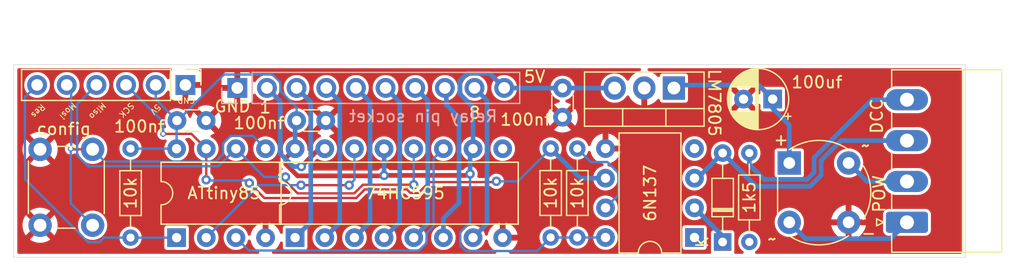
<source format=kicad_pcb>
(kicad_pcb (version 20240108) (generator "pcbnew") (generator_version "8.0")
  (layers (0 "F.Cu" signal) (31 "B.Cu" signal) (34 "B.Paste" user) (35 "F.Paste" user) (36 "B.SilkS" user "B.Silkscreen") (37 "F.SilkS" user "F.Silkscreen") (38 "B.Mask" user) (39 "F.Mask" user) (44 "Edge.Cuts" user))
  (net 0 "")
  (net 1 "VCC")
  (net 2 "GND")
  (net 3 "+5V")
  (net 4 "/pow2")
  (net 5 "/pow1")
  (net 6 "/dcc_b")
  (net 7 "Net-(D2-K)")
  (net 8 "/dcc_a")
  (net 9 "Net-(J2-Pin_5)")
  (net 10 "Net-(J2-Pin_3)")
  (net 11 "Net-(J2-Pin_8)")
  (net 12 "Net-(J2-Pin_4)")
  (net 13 "Net-(J2-Pin_2)")
  (net 14 "Net-(J2-Pin_7)")
  (net 15 "Net-(J2-Pin_9)")
  (net 16 "Net-(J2-Pin_6)")
  (net 17 "Net-(U1-EN)")
  (net 18 "/DCC")
  (net 19 "/Reset")
  (net 20 "/MOSI")
  (net 23 "/DATA")
  (net 24 "/LATCH")
  (net 25 "/CLK")
  (footprint "Capacitor_THT:C_Disc_D3.0mm_W1.6mm_P2.50mm" (layer "F.Cu") (at 140 94.5 -90)
    (property "Reference" "C2" (hide yes))
    (property "Value" "100nf" (at 2.702021 3.153529 0) (layer "F.SilkS"))
    (fp_line (start 0.621 0.92) (end 1.879 0.92) (stroke (width 0.12)) (layer "F.SilkS"))
    (fp_line (start 0.621 -0.92) (end 1.879 -0.92) (stroke (width 0.12)) (layer "F.SilkS"))
    (pad "1" thru_hole circle (at 0 0 270) (size 1.6 1.6) (drill 0.8) (layers "*.Cu" "*.Mask") (net 3 "+5V"))
    (pad "2" thru_hole circle (at 2.5 0 270) (size 1.6 1.6) (drill 0.8) (layers "*.Cu" "*.Mask") (net 2 "GND"))
  )
  (footprint "Capacitor_THT:CP_Radial_D5.0mm_P2.50mm" (layer "F.Cu") (at 158 95.445 180)
    (property "Reference" "C1" (hide yes))
    (property "Value" "100uf" (at -3.794888 1.445 0) (layer "F.SilkS"))
    (fp_line (start 3.851 -0.284) (end 3.851 0.284) (stroke (width 0.12)) (layer "F.SilkS"))
    (fp_line (start 3.811 -0.518) (end 3.811 0.518) (stroke (width 0.12)) (layer "F.SilkS"))
    (fp_line (start 3.771 -0.677) (end 3.771 0.677) (stroke (width 0.12)) (layer "F.SilkS"))
    (fp_line (start 3.731 -0.805) (end 3.731 0.805) (stroke (width 0.12)) (layer "F.SilkS"))
    (fp_line (start 3.691 -0.915) (end 3.691 0.915) (stroke (width 0.12)) (layer "F.SilkS"))
    (fp_line (start 3.651 -1.011) (end 3.651 1.011) (stroke (width 0.12)) (layer "F.SilkS"))
    (fp_line (start 3.611 -1.098) (end 3.611 1.098) (stroke (width 0.12)) (layer "F.SilkS"))
    (fp_line (start 3.571 -1.178) (end 3.571 1.178) (stroke (width 0.12)) (layer "F.SilkS"))
    (fp_line (start 3.531 1.04) (end 3.531 1.251) (stroke (width 0.12)) (layer "F.SilkS"))
    (fp_line (start 3.531 -1.251) (end 3.531 -1.04) (stroke (width 0.12)) (layer "F.SilkS"))
    (fp_line (start 3.491 1.04) (end 3.491 1.319) (stroke (width 0.12)) (layer "F.SilkS"))
    (fp_line (start 3.491 -1.319) (end 3.491 -1.04) (stroke (width 0.12)) (layer "F.SilkS"))
    (fp_line (start 3.451 1.04) (end 3.451 1.383) (stroke (width 0.12)) (layer "F.SilkS"))
    (fp_line (start 3.451 -1.383) (end 3.451 -1.04) (stroke (width 0.12)) (layer "F.SilkS"))
    (fp_line (start 3.411 1.04) (end 3.411 1.443) (stroke (width 0.12)) (layer "F.SilkS"))
    (fp_line (start 3.411 -1.443) (end 3.411 -1.04) (stroke (width 0.12)) (layer "F.SilkS"))
    (fp_line (start 3.371 1.04) (end 3.371 1.5) (stroke (width 0.12)) (layer "F.SilkS"))
    (fp_line (start 3.371 -1.5) (end 3.371 -1.04) (stroke (width 0.12)) (layer "F.SilkS"))
    (fp_line (start 3.331 1.04) (end 3.331 1.554) (stroke (width 0.12)) (layer "F.SilkS"))
    (fp_line (start 3.331 -1.554) (end 3.331 -1.04) (stroke (width 0.12)) (layer "F.SilkS"))
    (fp_line (start 3.291 1.04) (end 3.291 1.605) (stroke (width 0.12)) (layer "F.SilkS"))
    (fp_line (start 3.291 -1.605) (end 3.291 -1.04) (stroke (width 0.12)) (layer "F.SilkS"))
    (fp_line (start 3.251 1.04) (end 3.251 1.653) (stroke (width 0.12)) (layer "F.SilkS"))
    (fp_line (start 3.251 -1.653) (end 3.251 -1.04) (stroke (width 0.12)) (layer "F.SilkS"))
    (fp_line (start 3.211 1.04) (end 3.211 1.699) (stroke (width 0.12)) (layer "F.SilkS"))
    (fp_line (start 3.211 -1.699) (end 3.211 -1.04) (stroke (width 0.12)) (layer "F.SilkS"))
    (fp_line (start 3.171 1.04) (end 3.171 1.743) (stroke (width 0.12)) (layer "F.SilkS"))
    (fp_line (start 3.171 -1.743) (end 3.171 -1.04) (stroke (width 0.12)) (layer "F.SilkS"))
    (fp_line (start 3.131 1.04) (end 3.131 1.785) (stroke (width 0.12)) (layer "F.SilkS"))
    (fp_line (start 3.131 -1.785) (end 3.131 -1.04) (stroke (width 0.12)) (layer "F.SilkS"))
    (fp_line (start 3.091 1.04) (end 3.091 1.826) (stroke (width 0.12)) (layer "F.SilkS"))
    (fp_line (start 3.091 -1.826) (end 3.091 -1.04) (stroke (width 0.12)) (layer "F.SilkS"))
    (fp_line (start 3.051 1.04) (end 3.051 1.864) (stroke (width 0.12)) (layer "F.SilkS"))
    (fp_line (start 3.051 -1.864) (end 3.051 -1.04) (stroke (width 0.12)) (layer "F.SilkS"))
    (fp_line (start 3.011 1.04) (end 3.011 1.901) (stroke (width 0.12)) (layer "F.SilkS"))
    (fp_line (start 3.011 -1.901) (end 3.011 -1.04) (stroke (width 0.12)) (layer "F.SilkS"))
    (fp_line (start 2.971 1.04) (end 2.971 1.937) (stroke (width 0.12)) (layer "F.SilkS"))
    (fp_line (start 2.971 -1.937) (end 2.971 -1.04) (stroke (width 0.12)) (layer "F.SilkS"))
    (fp_line (start 2.931 1.04) (end 2.931 1.971) (stroke (width 0.12)) (layer "F.SilkS"))
    (fp_line (start 2.931 -1.971) (end 2.931 -1.04) (stroke (width 0.12)) (layer "F.SilkS"))
    (fp_line (start 2.891 1.04) (end 2.891 2.004) (stroke (width 0.12)) (layer "F.SilkS"))
    (fp_line (start 2.891 -2.004) (end 2.891 -1.04) (stroke (width 0.12)) (layer "F.SilkS"))
    (fp_line (start 2.851 1.04) (end 2.851 2.035) (stroke (width 0.12)) (layer "F.SilkS"))
    (fp_line (start 2.851 -2.035) (end 2.851 -1.04) (stroke (width 0.12)) (layer "F.SilkS"))
    (fp_line (start 2.811 1.04) (end 2.811 2.065) (stroke (width 0.12)) (layer "F.SilkS"))
    (fp_line (start 2.811 -2.065) (end 2.811 -1.04) (stroke (width 0.12)) (layer "F.SilkS"))
    (fp_line (start 2.771 1.04) (end 2.771 2.095) (stroke (width 0.12)) (layer "F.SilkS"))
    (fp_line (start 2.771 -2.095) (end 2.771 -1.04) (stroke (width 0.12)) (layer "F.SilkS"))
    (fp_line (start 2.731 1.04) (end 2.731 2.122) (stroke (width 0.12)) (layer "F.SilkS"))
    (fp_line (start 2.731 -2.122) (end 2.731 -1.04) (stroke (width 0.12)) (layer "F.SilkS"))
    (fp_line (start 2.691 1.04) (end 2.691 2.149) (stroke (width 0.12)) (layer "F.SilkS"))
    (fp_line (start 2.691 -2.149) (end 2.691 -1.04) (stroke (width 0.12)) (layer "F.SilkS"))
    (fp_line (start 2.651 1.04) (end 2.651 2.175) (stroke (width 0.12)) (layer "F.SilkS"))
    (fp_line (start 2.651 -2.175) (end 2.651 -1.04) (stroke (width 0.12)) (layer "F.SilkS"))
    (fp_line (start 2.611 1.04) (end 2.611 2.2) (stroke (width 0.12)) (layer "F.SilkS"))
    (fp_line (start 2.611 -2.2) (end 2.611 -1.04) (stroke (width 0.12)) (layer "F.SilkS"))
    (fp_line (start 2.571 1.04) (end 2.571 2.224) (stroke (width 0.12)) (layer "F.SilkS"))
    (fp_line (start 2.571 -2.224) (end 2.571 -1.04) (stroke (width 0.12)) (layer "F.SilkS"))
    (fp_line (start 2.531 1.04) (end 2.531 2.247) (stroke (width 0.12)) (layer "F.SilkS"))
    (fp_line (start 2.531 -2.247) (end 2.531 -1.04) (stroke (width 0.12)) (layer "F.SilkS"))
    (fp_line (start 2.491 1.04) (end 2.491 2.268) (stroke (width 0.12)) (layer "F.SilkS"))
    (fp_line (start 2.491 -2.268) (end 2.491 -1.04) (stroke (width 0.12)) (layer "F.SilkS"))
    (fp_line (start 2.451 1.04) (end 2.451 2.29) (stroke (width 0.12)) (layer "F.SilkS"))
    (fp_line (start 2.451 -2.29) (end 2.451 -1.04) (stroke (width 0.12)) (layer "F.SilkS"))
    (fp_line (start 2.411 1.04) (end 2.411 2.31) (stroke (width 0.12)) (layer "F.SilkS"))
    (fp_line (start 2.411 -2.31) (end 2.411 -1.04) (stroke (width 0.12)) (layer "F.SilkS"))
    (fp_line (start 2.371 1.04) (end 2.371 2.329) (stroke (width 0.12)) (layer "F.SilkS"))
    (fp_line (start 2.371 -2.329) (end 2.371 -1.04) (stroke (width 0.12)) (layer "F.SilkS"))
    (fp_line (start 2.331 1.04) (end 2.331 2.348) (stroke (width 0.12)) (layer "F.SilkS"))
    (fp_line (start 2.331 -2.348) (end 2.331 -1.04) (stroke (width 0.12)) (layer "F.SilkS"))
    (fp_line (start 2.291 1.04) (end 2.291 2.365) (stroke (width 0.12)) (layer "F.SilkS"))
    (fp_line (start 2.291 -2.365) (end 2.291 -1.04) (stroke (width 0.12)) (layer "F.SilkS"))
    (fp_line (start 2.251 1.04) (end 2.251 2.382) (stroke (width 0.12)) (layer "F.SilkS"))
    (fp_line (start 2.251 -2.382) (end 2.251 -1.04) (stroke (width 0.12)) (layer "F.SilkS"))
    (fp_line (start 2.211 1.04) (end 2.211 2.398) (stroke (width 0.12)) (layer "F.SilkS"))
    (fp_line (start 2.211 -2.398) (end 2.211 -1.04) (stroke (width 0.12)) (layer "F.SilkS"))
    (fp_line (start 2.171 1.04) (end 2.171 2.414) (stroke (width 0.12)) (layer "F.SilkS"))
    (fp_line (start 2.171 -2.414) (end 2.171 -1.04) (stroke (width 0.12)) (layer "F.SilkS"))
    (fp_line (start 2.131 1.04) (end 2.131 2.428) (stroke (width 0.12)) (layer "F.SilkS"))
    (fp_line (start 2.131 -2.428) (end 2.131 -1.04) (stroke (width 0.12)) (layer "F.SilkS"))
    (fp_line (start 2.091 1.04) (end 2.091 2.442) (stroke (width 0.12)) (layer "F.SilkS"))
    (fp_line (start 2.091 -2.442) (end 2.091 -1.04) (stroke (width 0.12)) (layer "F.SilkS"))
    (fp_line (start 2.051 1.04) (end 2.051 2.455) (stroke (width 0.12)) (layer "F.SilkS"))
    (fp_line (start 2.051 -2.455) (end 2.051 -1.04) (stroke (width 0.12)) (layer "F.SilkS"))
    (fp_line (start 2.011 1.04) (end 2.011 2.468) (stroke (width 0.12)) (layer "F.SilkS"))
    (fp_line (start 2.011 -2.468) (end 2.011 -1.04) (stroke (width 0.12)) (layer "F.SilkS"))
    (fp_line (start 1.971 1.04) (end 1.971 2.48) (stroke (width 0.12)) (layer "F.SilkS"))
    (fp_line (start 1.971 -2.48) (end 1.971 -1.04) (stroke (width 0.12)) (layer "F.SilkS"))
    (fp_line (start 1.93 1.04) (end 1.93 2.491) (stroke (width 0.12)) (layer "F.SilkS"))
    (fp_line (start 1.93 -2.491) (end 1.93 -1.04) (stroke (width 0.12)) (layer "F.SilkS"))
    (fp_line (start 1.89 1.04) (end 1.89 2.501) (stroke (width 0.12)) (layer "F.SilkS"))
    (fp_line (start 1.89 -2.501) (end 1.89 -1.04) (stroke (width 0.12)) (layer "F.SilkS"))
    (fp_line (start 1.85 1.04) (end 1.85 2.511) (stroke (width 0.12)) (layer "F.SilkS"))
    (fp_line (start 1.85 -2.511) (end 1.85 -1.04) (stroke (width 0.12)) (layer "F.SilkS"))
    (fp_line (start 1.81 1.04) (end 1.81 2.52) (stroke (width 0.12)) (layer "F.SilkS"))
    (fp_line (start 1.81 -2.52) (end 1.81 -1.04) (stroke (width 0.12)) (layer "F.SilkS"))
    (fp_line (start 1.77 1.04) (end 1.77 2.528) (stroke (width 0.12)) (layer "F.SilkS"))
    (fp_line (start 1.77 -2.528) (end 1.77 -1.04) (stroke (width 0.12)) (layer "F.SilkS"))
    (fp_line (start 1.73 1.04) (end 1.73 2.536) (stroke (width 0.12)) (layer "F.SilkS"))
    (fp_line (start 1.73 -2.536) (end 1.73 -1.04) (stroke (width 0.12)) (layer "F.SilkS"))
    (fp_line (start 1.69 1.04) (end 1.69 2.543) (stroke (width 0.12)) (layer "F.SilkS"))
    (fp_line (start 1.69 -2.543) (end 1.69 -1.04) (stroke (width 0.12)) (layer "F.SilkS"))
    (fp_line (start 1.65 1.04) (end 1.65 2.55) (stroke (width 0.12)) (layer "F.SilkS"))
    (fp_line (start 1.65 -2.55) (end 1.65 -1.04) (stroke (width 0.12)) (layer "F.SilkS"))
    (fp_line (start 1.61 1.04) (end 1.61 2.556) (stroke (width 0.12)) (layer "F.SilkS"))
    (fp_line (start 1.61 -2.556) (end 1.61 -1.04) (stroke (width 0.12)) (layer "F.SilkS"))
    (fp_line (start 1.57 1.04) (end 1.57 2.561) (stroke (width 0.12)) (layer "F.SilkS"))
    (fp_line (start 1.57 -2.561) (end 1.57 -1.04) (stroke (width 0.12)) (layer "F.SilkS"))
    (fp_line (start 1.53 1.04) (end 1.53 2.565) (stroke (width 0.12)) (layer "F.SilkS"))
    (fp_line (start 1.53 -2.565) (end 1.53 -1.04) (stroke (width 0.12)) (layer "F.SilkS"))
    (fp_line (start 1.49 1.04) (end 1.49 2.569) (stroke (width 0.12)) (layer "F.SilkS"))
    (fp_line (start 1.49 -2.569) (end 1.49 -1.04) (stroke (width 0.12)) (layer "F.SilkS"))
    (fp_line (start 1.45 -2.573) (end 1.45 2.573) (stroke (width 0.12)) (layer "F.SilkS"))
    (fp_line (start 1.41 -2.576) (end 1.41 2.576) (stroke (width 0.12)) (layer "F.SilkS"))
    (fp_line (start 1.37 -2.578) (end 1.37 2.578) (stroke (width 0.12)) (layer "F.SilkS"))
    (fp_line (start 1.33 -2.579) (end 1.33 2.579) (stroke (width 0.12)) (layer "F.SilkS"))
    (fp_line (start 1.29 -2.58) (end 1.29 2.58) (stroke (width 0.12)) (layer "F.SilkS"))
    (fp_line (start 1.25 -2.58) (end 1.25 2.58) (stroke (width 0.12)) (layer "F.SilkS"))
    (fp_line (start -1.304775 -1.725) (end -1.304775 -1.225) (stroke (width 0.12)) (layer "F.SilkS"))
    (fp_line (start -1.554775 -1.475) (end -1.054775 -1.475) (stroke (width 0.12)) (layer "F.SilkS"))
    (fp_circle (center 1.25 0) (end 3.87 0) (stroke (width 0.12)) (fill none) (layer "F.SilkS"))
    (pad "1" thru_hole rect (at 0 0 180) (size 1.6 1.6) (drill 0.8) (layers "*.Cu" "*.Mask") (net 1 "VCC"))
    (pad "2" thru_hole circle (at 2.5 0 180) (size 1.6 1.6) (drill 0.8) (layers "*.Cu" "*.Mask") (net 2 "GND"))
  )
  (footprint "Package_DIP:DIP-8_W7.62mm" (layer "F.Cu") (at 151.3 107.3 180)
    (property "Reference" "U1" (hide yes))
    (property "Value" "6N137" (at 3.8 3.8 90) (layer "F.SilkS"))
    (fp_line (start 6.46 8.95) (end 6.46 -1.33) (stroke (width 0.12)) (layer "F.SilkS"))
    (fp_line (start 6.46 -1.33) (end 4.81 -1.33) (stroke (width 0.12)) (layer "F.SilkS"))
    (fp_line (start 2.81 -1.33) (end 1.16 -1.33) (stroke (width 0.12)) (layer "F.SilkS"))
    (fp_line (start 1.16 8.95) (end 6.46 8.95) (stroke (width 0.12)) (layer "F.SilkS"))
    (fp_line (start 1.16 -1.33) (end 1.16 8.95) (stroke (width 0.12)) (layer "F.SilkS"))
    (fp_arc (start 4.81 -1.33) (mid 3.81 -0.33) (end 2.81 -1.33) (stroke (width 0.12)) (layer "F.SilkS"))
    (pad "1" thru_hole rect (at 0 0 180) (size 1.6 1.6) (drill 0.8) (layers "*.Cu" "*.Mask"))
    (pad "2" thru_hole oval (at 0 2.54 180) (size 1.6 1.6) (drill 0.8) (layers "*.Cu" "*.Mask") (net 7 "Net-(D2-K)"))
    (pad "3" thru_hole oval (at 0 5.08 180) (size 1.6 1.6) (drill 0.8) (layers "*.Cu" "*.Mask") (net 6 "/dcc_b"))
    (pad "4" thru_hole oval (at 0 7.62 180) (size 1.6 1.6) (drill 0.8) (layers "*.Cu" "*.Mask"))
    (pad "5" thru_hole oval (at 7.62 7.62 180) (size 1.6 1.6) (drill 0.8) (layers "*.Cu" "*.Mask") (net 2 "GND"))
    (pad "6" thru_hole oval (at 7.62 5.08 180) (size 1.6 1.6) (drill 0.8) (layers "*.Cu" "*.Mask") (net 18 "/DCC"))
    (pad "7" thru_hole oval (at 7.62 2.54 180) (size 1.6 1.6) (drill 0.8) (layers "*.Cu" "*.Mask") (net 17 "Net-(U1-EN)"))
    (pad "8" thru_hole oval (at 7.62 0 180) (size 1.6 1.6) (drill 0.8) (layers "*.Cu" "*.Mask") (net 3 "+5V"))
  )
  (footprint "Capacitor_THT:C_Disc_D3.0mm_W1.6mm_P2.50mm" (layer "F.Cu") (at 117.221 97.282)
    (property "Reference" "C4" (hide yes))
    (property "Value" "100nf" (at -3.221 0.218 0) (layer "F.SilkS"))
    (fp_line (start 0.621 -0.92) (end 1.879 -0.92) (stroke (width 0.12)) (layer "F.SilkS"))
    (fp_line (start 0.621 0.92) (end 1.879 0.92) (stroke (width 0.12)) (layer "F.SilkS"))
    (pad "1" thru_hole circle (at 0 0) (size 1.6 1.6) (drill 0.8) (layers "*.Cu" "*.Mask") (net 3 "+5V"))
    (pad "2" thru_hole circle (at 2.5 0) (size 1.6 1.6) (drill 0.8) (layers "*.Cu" "*.Mask") (net 2 "GND"))
  )
  (footprint "Resistor_THT:R_Axial_DIN0204_L3.6mm_D1.6mm_P7.62mm_Horizontal" (layer "F.Cu") (at 138.981 99.68 -90)
    (property "Reference" "R3" (hide yes))
    (property "Value" "10k" (at 3.81 0 90) (layer "F.SilkS"))
    (fp_line (start 1.89 0.92) (end 5.73 0.92) (stroke (width 0.12)) (layer "F.SilkS"))
    (fp_line (start 5.73 0.92) (end 5.73 -0.92) (stroke (width 0.12)) (layer "F.SilkS"))
    (fp_line (start 0.94 0) (end 1.89 0) (stroke (width 0.12)) (layer "F.SilkS"))
    (fp_line (start 6.68 0) (end 5.73 0) (stroke (width 0.12)) (layer "F.SilkS"))
    (fp_line (start 1.89 -0.92) (end 1.89 0.92) (stroke (width 0.12)) (layer "F.SilkS"))
    (fp_line (start 5.73 -0.92) (end 1.89 -0.92) (stroke (width 0.12)) (layer "F.SilkS"))
    (pad "1" thru_hole circle (at 0 0 270) (size 1.4 1.4) (drill 0.7) (layers "*.Cu" "*.Mask") (net 18 "/DCC"))
    (pad "2" thru_hole oval (at 7.62 0 270) (size 1.4 1.4) (drill 0.7) (layers "*.Cu" "*.Mask") (net 3 "+5V"))
  )
  (footprint "Connector_Phoenix_MC:PhoenixContact_MC_1,5_4-G-3.5_1x04_P3.50mm_Horizontal" (layer "F.Cu") (at 169.5 106 90)
    (property "Reference" "J1" (hide yes))
    (property "Value" "Screw_Terminal_01x04")
    (fp_line (start 0.3 -2.6) (end 0 -2) (stroke (width 0.12)) (layer "F.SilkS"))
    (fp_line (start -0.3 -2.6) (end 0.3 -2.6) (stroke (width 0.12)) (layer "F.SilkS"))
    (fp_line (start 0 -2) (end -0.3 -2.6) (stroke (width 0.12)) (layer "F.SilkS"))
    (fp_line (start 13.06 -1.31) (end 11.55 -1.31) (stroke (width 0.12)) (layer "F.SilkS"))
    (fp_line (start 8.05 -1.31) (end 9.45 -1.31) (stroke (width 0.12)) (layer "F.SilkS"))
    (fp_line (start 4.55 -1.31) (end 5.95 -1.31) (stroke (width 0.12)) (layer "F.SilkS"))
    (fp_line (start 1.05 -1.31) (end 2.45 -1.31) (stroke (width 0.12)) (layer "F.SilkS"))
    (fp_line (start -2.56 -1.31) (end -1.05 -1.31) (stroke (width 0.12)) (layer "F.SilkS"))
    (fp_line (start -2.56 -1.31) (end -2.56 8.11) (stroke (width 0.12)) (layer "F.SilkS"))
    (fp_line (start -2.56 4.8) (end 13.06 4.8) (stroke (width 0.12)) (layer "F.SilkS"))
    (fp_line (start 13.06 8.11) (end 13.06 -1.31) (stroke (width 0.12)) (layer "F.SilkS"))
    (fp_line (start -2.56 8.11) (end 13.06 8.11) (stroke (width 0.12)) (layer "F.SilkS"))
    (pad "1" thru_hole roundrect (at 0 0 90) (size 1.8 3.6) (drill 1.2) (layers "*.Cu" "*.Mask") (roundrect_rratio 0.138889) (net 5 "/pow1"))
    (pad "2" thru_hole oval (at 3.5 0 90) (size 1.8 3.6) (drill 1.2) (layers "*.Cu" "*.Mask") (net 4 "/pow2"))
    (pad "3" thru_hole oval (at 7 0 90) (size 1.8 3.6) (drill 1.2) (layers "*.Cu" "*.Mask") (net 6 "/dcc_b"))
    (pad "4" thru_hole oval (at 10.5 0 90) (size 1.8 3.6) (drill 1.2) (layers "*.Cu" "*.Mask") (net 8 "/dcc_a"))
  )
  (footprint "custom_kicad_lib_sk:SW_NO_SILK" (layer "F.Cu") (at 99.75 99.75 -90)
    (property "Reference" "SW1" (hide yes))
    (property "Value" "config" (at -1.75 2.468 0) (layer "F.SilkS"))
    (fp_line (start 1 5.5) (end 5.5 5.5) (stroke (width 0.12)) (layer "F.SilkS"))
    (fp_line (start 6.75 3) (end 6.75 1.5) (stroke (width 0.12)) (layer "F.SilkS"))
    (fp_line (start -0.25 1.5) (end -0.25 3) (stroke (width 0.12)) (layer "F.SilkS"))
    (fp_line (start 5.5 -1) (end 1 -1) (stroke (width 0.12)) (layer "F.SilkS"))
    (pad "1" thru_hole circle (at 0 0) (size 2 2) (drill 1.1) (layers "*.Cu" "*.Mask") (net 20 "/MOSI"))
    (pad "1" thru_hole circle (at 6.5 0) (size 2 2) (drill 1.1) (layers "*.Cu" "*.Mask") (net 20 "/MOSI"))
    (pad "2" thru_hole circle (at 0 4.5) (size 2 2) (drill 1.1) (layers "*.Cu" "*.Mask") (net 2 "GND"))
    (pad "2" thru_hole circle (at 6.5 4.5) (size 2 2) (drill 1.1) (layers "*.Cu" "*.Mask") (net 2 "GND"))
  )
  (footprint "Connector_PinHeader_2.54mm:PinHeader_1x06_P2.54mm_Vertical" (layer "F.Cu") (at 107.696 94.234 -90)
    (property "Reference" "J3" (hide yes))
    (property "Value" "ICSP")
    (fp_line (start -1.33 14.03) (end 1.33 14.03) (stroke (width 0.12)) (layer "F.SilkS"))
    (fp_line (start -1.33 1.27) (end -1.33 14.03) (stroke (width 0.12)) (layer "F.SilkS"))
    (fp_line (start -1.33 1.27) (end 1.33 1.27) (stroke (width 0.12)) (layer "F.SilkS"))
    (fp_line (start 1.33 1.27) (end 1.33 14.03) (stroke (width 0.12)) (layer "F.SilkS"))
    (fp_line (start -1.33 0) (end -1.33 -1.33) (stroke (width 0.12)) (layer "F.SilkS"))
    (fp_line (start -1.33 -1.33) (end 0 -1.33) (stroke (width 0.12)) (layer "F.SilkS"))
    (pad "1" thru_hole rect (at 0 0 270) (size 1.7 1.7) (drill 1) (layers "*.Cu" "*.Mask") (net 2 "GND"))
    (pad "2" thru_hole oval (at 0 2.54 270) (size 1.7 1.7) (drill 1) (layers "*.Cu" "*.Mask") (net 3 "+5V"))
    (pad "3" thru_hole oval (at 0 5.08 270) (size 1.7 1.7) (drill 1) (layers "*.Cu" "*.Mask") (net 18 "/DCC"))
    (pad "4" thru_hole oval (at 0 7.62 270) (size 1.7 1.7) (drill 1) (layers "*.Cu" "*.Mask") (net 24 "/LATCH"))
    (pad "5" thru_hole oval (at 0 10.16 270) (size 1.7 1.7) (drill 1) (layers "*.Cu" "*.Mask") (net 20 "/MOSI"))
    (pad "6" thru_hole oval (at 0 12.7 270) (size 1.7 1.7) (drill 1) (layers "*.Cu" "*.Mask") (net 19 "/Reset"))
  )
  (footprint "Package_DIP:DIP-16_W7.62mm" (layer "F.Cu") (at 117.094 107.315 90)
    (property "Reference" "U4" (hide yes))
    (property "Value" "74HC595" (at 3.815 9.406 0) (layer "F.SilkS"))
    (fp_line (start 6.46 -1.33) (end 4.81 -1.33) (stroke (width 0.12)) (layer "F.SilkS"))
    (fp_line (start 2.81 -1.33) (end 1.16 -1.33) (stroke (width 0.12)) (layer "F.SilkS"))
    (fp_line (start 1.16 -1.33) (end 1.16 19.11) (stroke (width 0.12)) (layer "F.SilkS"))
    (fp_line (start 6.46 19.11) (end 6.46 -1.33) (stroke (width 0.12)) (layer "F.SilkS"))
    (fp_line (start 1.16 19.11) (end 6.46 19.11) (stroke (width 0.12)) (layer "F.SilkS"))
    (fp_arc (start 4.81 -1.33) (mid 3.81 -0.33) (end 2.81 -1.33) (stroke (width 0.12)) (layer "F.SilkS"))
    (pad "1" thru_hole rect (at 0 0 90) (size 1.6 1.6) (drill 0.8) (layers "*.Cu" "*.Mask") (net 10 "Net-(J2-Pin_3)"))
    (pad "2" thru_hole oval (at 0 2.54 90) (size 1.6 1.6) (drill 0.8) (layers "*.Cu" "*.Mask") (net 12 "Net-(J2-Pin_4)"))
    (pad "3" thru_hole oval (at 0 5.08 90) (size 1.6 1.6) (drill 0.8) (layers "*.Cu" "*.Mask") (net 9 "Net-(J2-Pin_5)"))
    (pad "4" thru_hole oval (at 0 7.62 90) (size 1.6 1.6) (drill 0.8) (layers "*.Cu" "*.Mask") (net 16 "Net-(J2-Pin_6)"))
    (pad "5" thru_hole oval (at 0 10.16 90) (size 1.6 1.6) (drill 0.8) (layers "*.Cu" "*.Mask") (net 14 "Net-(J2-Pin_7)"))
    (pad "6" thru_hole oval (at 0 12.7 90) (size 1.6 1.6) (drill 0.8) (layers "*.Cu" "*.Mask") (net 11 "Net-(J2-Pin_8)"))
    (pad "7" thru_hole oval (at 0 15.24 90) (size 1.6 1.6) (drill 0.8) (layers "*.Cu" "*.Mask") (net 15 "Net-(J2-Pin_9)"))
    (pad "8" thru_hole oval (at 0 17.78 90) (size 1.6 1.6) (drill 0.8) (layers "*.Cu" "*.Mask") (net 2 "GND"))
    (pad "9" thru_hole oval (at 7.62 17.78 90) (size 1.6 1.6) (drill 0.8) (layers "*.Cu" "*.Mask"))
    (pad "10" thru_hole oval (at 7.62 15.24 90) (size 1.6 1.6) (drill 0.8) (layers "*.Cu" "*.Mask") (net 3 "+5V"))
    (pad "11" thru_hole oval (at 7.62 12.7 90) (size 1.6 1.6) (drill 0.8) (layers "*.Cu" "*.Mask") (net 25 "/CLK"))
    (pad "12" thru_hole oval (at 7.62 10.16 90) (size 1.6 1.6) (drill 0.8) (layers "*.Cu" "*.Mask") (net 24 "/LATCH"))
    (pad "13" thru_hole oval (at 7.62 7.62 90) (size 1.6 1.6) (drill 0.8) (layers "*.Cu" "*.Mask") (net 3 "+5V"))
    (pad "14" thru_hole oval (at 7.62 5.08 90) (size 1.6 1.6) (drill 0.8) (layers "*.Cu" "*.Mask") (net 23 "/DATA"))
    (pad "15" thru_hole oval (at 7.62 2.54 90) (size 1.6 1.6) (drill 0.8) (layers "*.Cu" "*.Mask") (net 13 "Net-(J2-Pin_2)"))
    (pad "16" thru_hole oval (at 7.62 0 90) (size 1.6 1.6) (drill 0.8) (layers "*.Cu" "*.Mask") (net 3 "+5V"))
  )
  (footprint "Resistor_THT:R_Axial_DIN0204_L3.6mm_D1.6mm_P7.62mm_Horizontal" (layer "F.Cu") (at 155.999 100.061 -90)
    (property "Reference" "R1" (hide yes))
    (property "Value" "1k5" (at 3.81 0 90) (layer "F.SilkS"))
    (fp_line (start 1.89 0.92) (end 5.73 0.92) (stroke (width 0.12)) (layer "F.SilkS"))
    (fp_line (start 5.73 0.92) (end 5.73 -0.92) (stroke (width 0.12)) (layer "F.SilkS"))
    (fp_line (start 0.94 0) (end 1.89 0) (stroke (width 0.12)) (layer "F.SilkS"))
    (fp_line (start 6.68 0) (end 5.73 0) (stroke (width 0.12)) (layer "F.SilkS"))
    (fp_line (start 1.89 -0.92) (end 1.89 0.92) (stroke (width 0.12)) (layer "F.SilkS"))
    (fp_line (start 5.73 -0.92) (end 1.89 -0.92) (stroke (width 0.12)) (layer "F.SilkS"))
    (pad "1" thru_hole circle (at 0 0 270) (size 1.4 1.4) (drill 0.7) (layers "*.Cu" "*.Mask") (net 8 "/dcc_a"))
    (pad "2" thru_hole oval (at 7.62 0 270) (size 1.4 1.4) (drill 0.7) (layers "*.Cu" "*.Mask") (net 7 "Net-(D2-K)"))
  )
  (footprint "Diode_THT:D_DO-34_SOD68_P7.62mm_Horizontal" (layer "F.Cu") (at 153.713 107.686 90)
    (property "Reference" "D2" (hide yes))
    (property "Value" "D_Small")
    (fp_line (start 5.45 -0.92) (end 2.17 -0.92) (stroke (width 0.12)) (layer "F.SilkS"))
    (fp_line (start 2.866 -0.92) (end 2.866 0.92) (stroke (width 0.12)) (layer "F.SilkS"))
    (fp_line (start 2.746 -0.92) (end 2.746 0.92) (stroke (width 0.12)) (layer "F.SilkS"))
    (fp_line (start 2.626 -0.92) (end 2.626 0.92) (stroke (width 0.12)) (layer "F.SilkS"))
    (fp_line (start 2.17 -0.92) (end 2.17 0.92) (stroke (width 0.12)) (layer "F.SilkS"))
    (fp_line (start 6.63 0) (end 5.45 0) (stroke (width 0.12)) (layer "F.SilkS"))
    (fp_line (start 0.99 0) (end 2.17 0) (stroke (width 0.12)) (layer "F.SilkS"))
    (fp_line (start 5.45 0.92) (end 5.45 -0.92) (stroke (width 0.12)) (layer "F.SilkS"))
    (fp_line (start 2.17 0.92) (end 5.45 0.92) (stroke (width 0.12)) (layer "F.SilkS"))
    (fp_text user "K" (at 0 -1.75 90) (layer "F.SilkS"))
    (pad "1" thru_hole rect (at 0 0 90) (size 1.5 1.5) (drill 0.75) (layers "*.Cu" "*.Mask") (net 7 "Net-(D2-K)"))
    (pad "2" thru_hole oval (at 7.62 0 90) (size 1.5 1.5) (drill 0.75) (layers "*.Cu" "*.Mask") (net 6 "/dcc_b"))
  )
  (footprint "Resistor_THT:R_Axial_DIN0204_L3.6mm_D1.6mm_P7.62mm_Horizontal" (layer "F.Cu") (at 141.267 99.68 -90)
    (property "Reference" "R2" (hide yes))
    (property "Value" "10k" (at 3.81 0 90) (layer "F.SilkS"))
    (fp_line (start 1.89 0.92) (end 5.73 0.92) (stroke (width 0.12)) (layer "F.SilkS"))
    (fp_line (start 5.73 0.92) (end 5.73 -0.92) (stroke (width 0.12)) (layer "F.SilkS"))
    (fp_line (start 0.94 0) (end 1.89 0) (stroke (width 0.12)) (layer "F.SilkS"))
    (fp_line (start 6.68 0) (end 5.73 0) (stroke (width 0.12)) (layer "F.SilkS"))
    (fp_line (start 1.89 -0.92) (end 1.89 0.92) (stroke (width 0.12)) (layer "F.SilkS"))
    (fp_line (start 5.73 -0.92) (end 1.89 -0.92) (stroke (width 0.12)) (layer "F.SilkS"))
    (pad "1" thru_hole circle (at 0 0 270) (size 1.4 1.4) (drill 0.7) (layers "*.Cu" "*.Mask") (net 17 "Net-(U1-EN)"))
    (pad "2" thru_hole oval (at 7.62 0 270) (size 1.4 1.4) (drill 0.7) (layers "*.Cu" "*.Mask") (net 3 "+5V"))
  )
  (footprint "Diode_THT:Diode_Bridge_Round_D8.9mm" (layer "F.Cu") (at 159.42 100.92)
    (property "Reference" "D1" (hide yes))
    (property "Value" "D_Bridge_+A-A")
    (fp_line (start -1 1.2) (end -1 4.4) (stroke (width 0.12)) (layer "F.SilkS"))
    (fp_arc (start 0 -1.143) (mid 2.571836 -1.933821) (end 5.132157 -1.106479) (stroke (width 0.12)) (layer "F.SilkS"))
    (fp_arc (start 5.08 6.223) (mid 2.508164 7.013821) (end -0.052157 6.186479) (stroke (width 0.12)) (layer "F.SilkS"))
    (fp_arc (start 6.35 0.254) (mid 6.983184 2.54281) (end 6.347105 4.830818) (stroke (width 0.12)) (layer "F.SilkS"))
    (pad "1" thru_hole rect (at 0 0) (size 2 2) (drill 1) (layers "*.Cu" "*.Mask") (net 1 "VCC"))
    (pad "2" thru_hole oval (at 0 5.08) (size 2 2) (drill 1) (layers "*.Cu" "*.Mask") (net 5 "/pow1"))
    (pad "3" thru_hole oval (at 5.08 5.08) (size 2 2) (drill 1) (layers "*.Cu" "*.Mask") (net 2 "GND"))
    (pad "4" thru_hole oval (at 5.08 0) (size 2 2) (drill 1) (layers "*.Cu" "*.Mask") (net 4 "/pow2"))
  )
  (footprint "Package_DIP:DIP-8_W7.62mm" (layer "F.Cu") (at 106.944 107.315 90)
    (property "Reference" "U3" (hide yes))
    (property "Value" "ATtiny85" (at 3.815 4.056 180) (layer "F.SilkS"))
    (fp_line (start 6.46 -1.33) (end 4.81 -1.33) (stroke (width 0.12)) (layer "F.SilkS"))
    (fp_line (start 2.81 -1.33) (end 1.16 -1.33) (stroke (width 0.12)) (layer "F.SilkS"))
    (fp_line (start 1.16 -1.33) (end 1.16 8.95) (stroke (width 0.12)) (layer "F.SilkS"))
    (fp_line (start 6.46 8.95) (end 6.46 -1.33) (stroke (width 0.12)) (layer "F.SilkS"))
    (fp_line (start 1.16 8.95) (end 6.46 8.95) (stroke (width 0.12)) (layer "F.SilkS"))
    (fp_arc (start 4.81 -1.33) (mid 3.81 -0.33) (end 2.81 -1.33) (stroke (width 0.12)) (layer "F.SilkS"))
    (pad "1" thru_hole rect (at 0 0 90) (size 1.6 1.6) (drill 0.8) (layers "*.Cu" "*.Mask") (net 19 "/Reset"))
    (pad "2" thru_hole oval (at 0 2.54 90) (size 1.6 1.6) (drill 0.8) (layers "*.Cu" "*.Mask") (net 23 "/DATA"))
    (pad "3" thru_hole oval (at 0 5.08 90) (size 1.6 1.6) (drill 0.8) (layers "*.Cu" "*.Mask") (net 25 "/CLK"))
    (pad "4" thru_hole oval (at 0 7.62 90) (size 1.6 1.6) (drill 0.8) (layers "*.Cu" "*.Mask") (net 2 "GND"))
    (pad "5" thru_hole oval (at 7.62 7.62 90) (size 1.6 1.6) (drill 0.8) (layers "*.Cu" "*.Mask") (net 20 "/MOSI"))
    (pad "6" thru_hole oval (at 7.62 5.08 90) (size 1.6 1.6) (drill 0.8) (layers "*.Cu" "*.Mask") (net 24 "/LATCH"))
    (pad "7" thru_hole oval (at 7.62 2.54 90) (size 1.6 1.6) (drill 0.8) (layers "*.Cu" "*.Mask") (net 18 "/DCC"))
    (pad "8" thru_hole oval (at 7.62 0 90) (size 1.6 1.6) (drill 0.8) (layers "*.Cu" "*.Mask") (net 3 "+5V"))
  )
  (footprint "Resistor_THT:R_Axial_DIN0204_L3.6mm_D1.6mm_P7.62mm_Horizontal" (layer "F.Cu") (at 103 107.31 90)
    (property "Reference" "R4" (hide yes))
    (property "Value" "10k" (at 3.81 0 90) (layer "F.SilkS"))
    (fp_line (start 5.73 -0.92) (end 1.89 -0.92) (stroke (width 0.12)) (layer "F.SilkS"))
    (fp_line (start 1.89 -0.92) (end 1.89 0.92) (stroke (width 0.12)) (layer "F.SilkS"))
    (fp_line (start 6.68 0) (end 5.73 0) (stroke (width 0.12)) (layer "F.SilkS"))
    (fp_line (start 0.94 0) (end 1.89 0) (stroke (width 0.12)) (layer "F.SilkS"))
    (fp_line (start 5.73 0.92) (end 5.73 -0.92) (stroke (width 0.12)) (layer "F.SilkS"))
    (fp_line (start 1.89 0.92) (end 5.73 0.92) (stroke (width 0.12)) (layer "F.SilkS"))
    (pad "1" thru_hole circle (at 0 0 90) (size 1.4 1.4) (drill 0.7) (layers "*.Cu" "*.Mask") (net 19 "/Reset"))
    (pad "2" thru_hole oval (at 7.62 0 90) (size 1.4 1.4) (drill 0.7) (layers "*.Cu" "*.Mask") (net 3 "+5V"))
  )
  (footprint "Capacitor_THT:C_Disc_D3.0mm_W1.6mm_P2.50mm" (layer "F.Cu") (at 106.974 97.282)
    (property "Reference" "C3" (hide yes))
    (property "Value" "100nf" (at -3.215 0.508 0) (layer "F.SilkS"))
    (fp_line (start 0.621 -0.92) (end 1.879 -0.92) (stroke (width 0.12)) (layer "F.SilkS"))
    (fp_line (start 0.621 0.92) (end 1.879 0.92) (stroke (width 0.12)) (layer "F.SilkS"))
    (pad "1" thru_hole circle (at 0 0) (size 1.6 1.6) (drill 0.8) (layers "*.Cu" "*.Mask") (net 3 "+5V"))
    (pad "2" thru_hole circle (at 2.5 0) (size 1.6 1.6) (drill 0.8) (layers "*.Cu" "*.Mask") (net 2 "GND"))
  )
  (footprint "Package_TO_SOT_THT:TO-220-3_Vertical" (layer "F.Cu") (at 149.54 94.5 180)
    (property "Reference" "U2" (hide yes))
    (property "Value" "LM7805" (at -3.46 -1.257739 270) (layer "F.SilkS"))
    (fp_line (start 7.66 -3.27) (end 7.66 1.371) (stroke (width 0.12)) (layer "F.SilkS"))
    (fp_line (start 4.391 -3.27) (end 4.391 -1.76) (stroke (width 0.12)) (layer "F.SilkS"))
    (fp_line (start 0.69 -3.27) (end 0.69 -1.76) (stroke (width 0.12)) (layer "F.SilkS"))
    (fp_line (start -2.58 1.371) (end 7.66 1.371) (stroke (width 0.12)) (layer "F.SilkS"))
    (fp_line (start -2.58 -1.76) (end 7.66 -1.76) (stroke (width 0.12)) (layer "F.SilkS"))
    (fp_line (start -2.58 -3.27) (end 7.66 -3.27) (stroke (width 0.12)) (layer "F.SilkS"))
    (fp_line (start -2.58 -3.27) (end -2.58 1.371) (stroke (width 0.12)) (layer "F.SilkS"))
    (pad "1" thru_hole rect (at 0 0 180) (size 1.905 2) (drill 1.1) (layers "*.Cu" "*.Mask") (net 1 "VCC"))
    (pad "2" thru_hole oval (at 2.54 0 180) (size 1.905 2) (drill 1.1) (layers "*.Cu" "*.Mask") (net 2 "GND"))
    (pad "3" thru_hole oval (at 5.08 0 180) (size 1.905 2) (drill 1.1) (layers "*.Cu" "*.Mask") (net 3 "+5V"))
  )
  (footprint "Connector_PinSocket_2.54mm:PinSocket_1x10_P2.54mm_Vertical" (layer "B.Cu") (at 112.141 94.488 -90)
    (property "Reference" "J2" (hide yes))
    (property "Value" "Conn_01x10_Socket")
    (fp_line (start 1.33 1.33) (end 0 1.33) (stroke (width 0.12)) (layer "B.SilkS"))
    (fp_line (start 1.33 0) (end 1.33 1.33) (stroke (width 0.12)) (layer "B.SilkS"))
    (fp_line (start 1.33 -1.27) (end -1.33 -1.27) (stroke (width 0.12)) (layer "B.SilkS"))
    (fp_line (start -1.33 -24.19) (end -1.33 -1.27) (stroke (width 0.12)) (layer "B.SilkS"))
    (fp_line (start 1.33 -24.19) (end 1.33 -1.27) (stroke (width 0.12)) (layer "B.SilkS"))
    (fp_line (start 1.33 -24.19) (end -1.33 -24.19) (stroke (width 0.12)) (layer "B.SilkS"))
    (pad "1" thru_hole rect (at 0 0 270) (size 1.7 1.7) (drill 1) (layers "*.Cu" "*.Mask") (net 2 "GND"))
    (pad "2" thru_hole oval (at 0 -2.54 270) (size 1.7 1.7) (drill 1) (layers "*.Cu" "*.Mask") (net 13 "Net-(J2-Pin_2)"))
    (pad "3" thru_hole oval (at 0 -5.08 270) (size 1.7 1.7) (drill 1) (layers "*.Cu" "*.Mask") (net 10 "Net-(J2-Pin_3)"))
    (pad "4" thru_hole oval (at 0 -7.62 270) (size 1.7 1.7) (drill 1) (layers "*.Cu" "*.Mask") (net 12 "Net-(J2-Pin_4)"))
    (pad "5" thru_hole oval (at 0 -10.16 270) (size 1.7 1.7) (drill 1) (layers "*.Cu" "*.Mask") (net 9 "Net-(J2-Pin_5)"))
    (pad "6" thru_hole oval (at 0 -12.7 270) (size 1.7 1.7) (drill 1) (layers "*.Cu" "*.Mask") (net 16 "Net-(J2-Pin_6)"))
    (pad "7" thru_hole oval (at 0 -15.24 270) (size 1.7 1.7) (drill 1) (layers "*.Cu" "*.Mask") (net 14 "Net-(J2-Pin_7)"))
    (pad "8" thru_hole oval (at 0 -17.78 270) (size 1.7 1.7) (drill 1) (layers "*.Cu" "*.Mask") (net 11 "Net-(J2-Pin_8)"))
    (pad "9" thru_hole oval (at 0 -20.32 270) (size 1.7 1.7) (drill 1) (layers "*.Cu" "*.Mask") (net 15 "Net-(J2-Pin_9)"))
    (pad "10" thru_hole oval (at 0 -22.86 270) (size 1.7 1.7) (drill 1) (layers "*.Cu" "*.Mask") (net 3 "+5V"))
  )
  (gr_rect (start 93 92.5) (end 174.5 109) (stroke (width 0.05)) (fill none) (layer "Edge.Cuts"))
  (gr_text "Relay pin socket" (at 134.5 97.5 0) (layer "B.SilkS") (effects (font (size 1 1)) (justify left bottom mirror)))
  (gr_text "5V" (at 136.605035 94.117003 0) (layer "F.SilkS") (effects (font (size 1 1)) (justify left bottom)))
  (gr_text "Res" (at 95.377 95.758 -135) (layer "F.SilkS") (effects (font (size 0.5 0.5) (thickness 0.075)) (justify left bottom)))
  (gr_text "8" (at 131.897854 97.206424 0) (layer "F.SilkS") (effects (font (size 1 1)) (justify left bottom)))
  (gr_text "+" (at 158 99.5 0) (layer "F.SilkS") (effects (font (size 1 1)) (justify left bottom)))
  (gr_text "-" (at 165.5 107.5 0) (layer "F.SilkS") (effects (font (size 1 1)) (justify left bottom)))
  (gr_text "DCC" (at 167.5 98.5 90) (layer "F.SilkS") (effects (font (size 1 1)) (justify left bottom)))
  (gr_text "1" (at 113.962718 96.741436 0) (layer "F.SilkS") (effects (font (size 1 1)) (justify left bottom)))
  (gr_text "5V" (at 105.283 95.758 225) (layer "F.SilkS") (effects (font (size 0.5 0.5) (thickness 0.075)) (justify left bottom)))
  (gr_text "Miso" (at 100.584 95.631 225) (layer "F.SilkS") (effects (font (size 0.5 0.5) (thickness 0.075)) (justify left bottom)))
  (gr_text "POW" (at 167.70718 105.255571 90) (layer "F.SilkS") (effects (font (size 1 1)) (justify left bottom)))
  (gr_text "Mosi" (at 98.044 95.631 225) (layer "F.SilkS") (effects (font (size 0.5 0.5) (thickness 0.075)) (justify left bottom)))
  (gr_text "GND" (at 110.109 96.647 0) (layer "F.SilkS") (effects (font (size 1 1)) (justify left bottom)))
  (gr_text "GND" (at 108.585 95.25 180) (layer "F.SilkS") (effects (font (size 0.5 0.5) (thickness 0.075)) (justify left bottom)))
  (gr_text "SCK" (at 102.997 95.631 225) (layer "F.SilkS") (effects (font (size 0.5 0.5) (thickness 0.075)) (justify left bottom)))
  (gr_text "~" (at 157.5 108 0) (layer "F.SilkS") (effects (font (size 1 1)) (justify left bottom)))
  (gr_text "~" (at 165.5 100 0) (layer "F.SilkS") (effects (font (size 1 1)) (justify left bottom)))
  (segment (start 158 96.239888) (end 158 95.445) (width 0.4) (layer "B.Cu") (net 1))
  (segment (start 159.42 97.659888) (end 158 96.239888) (width 0.4) (layer "B.Cu") (net 1))
  (segment (start 156.8 94.245) (end 149.795 94.245) (width 0.4) (layer "B.Cu") (net 1))
  (segment (start 158 95.445) (end 156.8 94.245) (width 0.4) (layer "B.Cu") (net 1))
  (segment (start 149.795 94.245) (end 149.54 94.5) (width 0.4) (layer "B.Cu") (net 1))
  (segment (start 159.42 100.92) (end 159.42 97.659888) (width 0.4) (layer "B.Cu") (net 1))
  (segment (start 117.302629 102.019) (end 124.676 102.019) (width 0.4) (layer "F.Cu") (net 3))
  (segment (start 116.294001 100.494999) (end 116.294001 101.010372) (width 0.4) (layer "F.Cu") (net 3))
  (segment (start 117.094 99.695) (end 116.294001 100.494999) (width 0.4) (layer "F.Cu") (net 3))
  (segment (start 124.714 101.981) (end 131.953 101.981) (width 0.4) (layer "F.Cu") (net 3))
  (segment (start 116.294001 101.010372) (end 117.302629 102.019) (width 0.4) (layer "F.Cu") (net 3))
  (segment (start 131.953 101.981) (end 132.08 101.854) (width 0.4) (layer "F.Cu") (net 3))
  (segment (start 124.676 102.019) (end 124.714 101.981) (width 0.4) (layer "F.Cu") (net 3))
  (via (at 124.714 101.981) (size 0.8) (drill 0.4) (layers "F.Cu" "B.Cu") (net 3))
  (via (at 132.08 101.854) (size 0.8) (drill 0.4) (layers "F.Cu" "B.Cu") (net 3))
  (segment (start 117.221 96.15063) (end 115.831 94.76063) (width 0.2) (layer "B.Cu") (net 3))
  (segment (start 124.714 101.981) (end 124.714 99.695) (width 0.4) (layer "B.Cu") (net 3))
  (segment (start 115.831 94.011654) (end 115.157346 93.338) (width 0.2) (layer "B.Cu") (net 3))
  (segment (start 133.751 93.238) (end 135.001 94.488) (width 0.4) (layer "B.Cu") (net 3))
  (segment (start 131.234 107.993) (end 131.699 108.458) (width 0.2) (layer "B.Cu") (net 3))
  (segment (start 131.211 93.869) (end 131.842 93.238) (width 0.4) (layer "B.Cu") (net 3))
  (segment (start 132.08 101.854) (end 132.08 106.013365) (width 0.2) (layer "B.Cu") (net 3))
  (segment (start 117.221 97.282) (end 117.221 96.15063) (width 0.2) (layer "B.Cu") (net 3))
  (segment (start 106.939 99.69) (end 106.944 99.695) (width 0.2) (layer "B.Cu") (net 3))
  (segment (start 117.094 97.409) (end 117.221 97.282) (width 0.4) (layer "B.Cu") (net 3))
  (segment (start 131.842 93.238) (end 133.751 93.238) (width 0.4) (layer "B.Cu") (net 3))
  (segment (start 135.013 94.5) (end 135.001 94.488) (width 0.4) (layer "B.Cu") (net 3))
  (segment (start 115.831 94.76063) (end 115.831 94.011654) (width 0.2) (layer "B.Cu") (net 3))
  (segment (start 106.944 97.385) (end 106.944 99.695) (width 0.2) (layer "B.Cu") (net 3))
  (segment (start 143.68 107.3) (end 138.981 107.3) (width 0.2) (layer "B.Cu") (net 3))
  (segment (start 132.334 96.128767) (end 131.211 95.005767) (width 0.4) (layer "B.Cu") (net 3))
  (segment (start 110.991 93.338) (end 106.944 97.385) (width 0.2) (layer "B.Cu") (net 3))
  (segment (start 144.46 94.5) (end 135.013 94.5) (width 0.4) (layer "B.Cu") (net 3))
  (segment (start 131.211 95.005767) (end 131.211 93.869) (width 0.4) (layer "B.Cu") (net 3))
  (segment (start 115.157346 93.338) (end 110.991 93.338) (width 0.2) (layer "B.Cu") (net 3))
  (segment (start 105.156 94.234) (end 105.156 95.464) (width 0.2) (layer "B.Cu") (net 3))
  (segment (start 132.334 99.695) (end 132.334 96.128767) (width 0.4) (layer "B.Cu") (net 3))
  (segment (start 137.823 108.458) (end 138.981 107.3) (width 0.2) (layer "B.Cu") (net 3))
  (segment (start 132.08 106.013365) (end 131.234 106.859365) (width 0.2) (layer "B.Cu") (net 3))
  (segment (start 132.08 101.854) (end 132.08 99.949) (width 0.4) (layer "B.Cu") (net 3))
  (segment (start 103 99.69) (end 106.939 99.69) (width 0.2) (layer "B.Cu") (net 3))
  (segment (start 117.094 99.695) (end 117.094 97.409) (width 0.4) (layer "B.Cu") (net 3))
  (segment (start 132.08 99.949) (end 132.334 99.695) (width 0.4) (layer "B.Cu") (net 3))
  (segment (start 131.234 106.859365) (end 131.234 107.993) (width 0.2) (layer "B.Cu") (net 3))
  (segment (start 131.699 108.458) (end 137.823 108.458) (width 0.2) (layer "B.Cu") (net 3))
  (segment (start 105.156 95.464) (end 106.974 97.282) (width 0.2) (layer "B.Cu") (net 3))
  (segment (start 166.08 102.5) (end 164.5 100.92) (width 0.4) (layer "B.Cu") (net 4))
  (segment (start 169.5 102.5) (end 166.08 102.5) (width 0.4) (layer "B.Cu") (net 4))
  (segment (start 160.82 107.4) (end 159.42 106) (width 0.4) (layer "B.Cu") (net 5))
  (segment (start 169.5 106) (end 168.1 107.4) (width 0.4) (layer "B.Cu") (net 5))
  (segment (start 168.1 107.4) (end 160.82 107.4) (width 0.4) (layer "B.Cu") (net 5))
  (segment (start 151.559 102.22) (end 153.713 100.066) (width 0.4) (layer "B.Cu") (net 6))
  (segment (start 161.199528 102.92) (end 162.144 101.975528) (width 0.4) (layer "B.Cu") (net 6))
  (segment (start 162.144 100.704528) (end 163.848528 99) (width 0.4) (layer "B.Cu") (net 6))
  (segment (start 153.713 100.066) (end 156.567 102.92) (width 0.4) (layer "B.Cu") (net 6))
  (segment (start 162.144 101.975528) (end 162.144 100.704528) (width 0.4) (layer "B.Cu") (net 6))
  (segment (start 163.848528 99) (end 169.5 99) (width 0.4) (layer "B.Cu") (net 6))
  (segment (start 156.567 102.92) (end 161.199528 102.92) (width 0.4) (layer "B.Cu") (net 6))
  (segment (start 151.3 102.22) (end 151.559 102.22) (width 0.4) (layer "B.Cu") (net 6))
  (segment (start 153.713 107.173) (end 151.3 104.76) (width 0.4) (layer "B.Cu") (net 7))
  (segment (start 153.713 107.686) (end 153.713 107.173) (width 0.4) (layer "B.Cu") (net 7))
  (segment (start 161.544 101.727) (end 160.951 102.32) (width 0.4) (layer "B.Cu") (net 8))
  (segment (start 157.268051 102.32) (end 155.999 101.050949) (width 0.4) (layer "B.Cu") (net 8))
  (segment (start 161.544 100.456) (end 161.544 101.727) (width 0.4) (layer "B.Cu") (net 8))
  (segment (start 160.951 102.32) (end 157.268051 102.32) (width 0.4) (layer "B.Cu") (net 8))
  (segment (start 155.999 101.050949) (end 155.999 100.061) (width 0.4) (layer "B.Cu") (net 8))
  (segment (start 169.5 95.5) (end 166.5 95.5) (width 0.4) (layer "B.Cu") (net 8))
  (segment (start 166.5 95.5) (end 161.544 100.456) (width 0.4) (layer "B.Cu") (net 8))
  (segment (start 123.514 105.975) (end 123.514 95.701) (width 0.4) (layer "B.Cu") (net 9))
  (segment (start 122.174 107.315) (end 123.514 105.975) (width 0.4) (layer "B.Cu") (net 9))
  (segment (start 123.514 95.701) (end 122.301 94.488) (width 0.4) (layer "B.Cu") (net 9))
  (segment (start 118.434 95.701) (end 118.434 105.975) (width 0.4) (layer "B.Cu") (net 10))
  (segment (start 117.221 94.488) (end 118.434 95.701) (width 0.4) (layer "B.Cu") (net 10))
  (segment (start 118.434 105.975) (end 117.094 107.315) (width 0.4) (layer "B.Cu") (net 10))
  (segment (start 130.048 95.942) (end 130.048 94.615) (width 0.4) (layer "B.Cu") (net 11))
  (segment (start 131.134 97.028) (end 130.048 95.942) (width 0.4) (layer "B.Cu") (net 11))
  (segment (start 130.048 94.615) (end 129.921 94.488) (width 0.4) (layer "B.Cu") (net 11))
  (segment (start 129.794 107.315) (end 129.794 105.664) (width 0.4) (layer "B.Cu") (net 11))
  (segment (start 131.134 104.324) (end 131.134 97.028) (width 0.4) (layer "B.Cu") (net 11))
  (segment (start 129.794 105.664) (end 131.134 104.324) (width 0.4) (layer "B.Cu") (net 11))
  (segment (start 120.921 106.028) (end 119.634 107.315) (width 0.4) (layer "B.Cu") (net 12))
  (segment (start 119.761 94.488) (end 120.921 95.648) (width 0.4) (layer "B.Cu") (net 12))
  (segment (start 120.921 95.648) (end 120.921 106.028) (width 0.4) (layer "B.Cu") (net 12))
  (segment (start 119.634 99.695) (end 119.158 99.695) (width 0.4) (layer "F.Cu") (net 13))
  (segment (start 119.158 99.695) (end 117.634 101.219) (width 0.4) (layer "F.Cu") (net 13))
  (via (at 117.634 101.219) (size 0.8) (drill 0.4) (layers "F.Cu" "B.Cu") (net 13))
  (segment (start 115.824 95.631) (end 114.681 94.488) (width 0.4) (layer "B.Cu") (net 13))
  (segment (start 116.920943 101.219) (end 115.824 100.122057) (width 0.4) (layer "B.Cu") (net 13))
  (segment (start 115.824 100.122057) (end 115.824 95.631) (width 0.4) (layer "B.Cu") (net 13))
  (segment (start 117.634 101.219) (end 116.920943 101.219) (width 0.4) (layer "B.Cu") (net 13))
  (segment (start 127.254 107.315) (end 128.454 106.115) (width 0.4) (layer "B.Cu") (net 14))
  (segment (start 128.454 95.561) (end 127.381 94.488) (width 0.4) (layer "B.Cu") (net 14))
  (segment (start 128.454 106.115) (end 128.454 95.561) (width 0.4) (layer "B.Cu") (net 14))
  (segment (start 133.534 95.561) (end 132.461 94.488) (width 0.4) (layer "B.Cu") (net 15))
  (segment (start 133.534 106.115) (end 133.534 95.561) (width 0.4) (layer "B.Cu") (net 15))
  (segment (start 132.334 107.315) (end 133.534 106.115) (width 0.4) (layer "B.Cu") (net 15))
  (segment (start 124.714 107.315) (end 126.054 105.975) (width 0.4) (layer "B.Cu") (net 16))
  (segment (start 126.054 105.975) (end 126.054 95.701) (width 0.4) (layer "B.Cu") (net 16))
  (segment (start 126.054 95.701) (end 124.841 94.488) (width 0.4) (layer "B.Cu") (net 16))
  (segment (start 142.425 100.838) (end 141.267 99.68) (width 0.2) (layer "B.Cu") (net 17))
  (segment (start 143.68 104.76) (end 144.78 103.66) (width 0.2) (layer "B.Cu") (net 17))
  (segment (start 143.853635 100.838) (end 142.425 100.838) (width 0.2) (layer "B.Cu") (net 17))
  (segment (start 144.78 101.764365) (end 143.853635 100.838) (width 0.2) (layer "B.Cu") (net 17))
  (segment (start 144.78 103.66) (end 144.78 101.764365) (width 0.2) (layer "B.Cu") (net 17))
  (segment (start 126.66405 103.181) (end 126.96405 103.481) (width 0.2) (layer "F.Cu") (net 18))
  (segment (start 105.791 98.425) (end 108.214 98.425) (width 0.2) (layer "F.Cu") (net 18))
  (segment (start 126.96405 103.481) (end 127.659 103.481) (width 0.2) (layer "F.Cu") (net 18))
  (segment (start 109.484 102.352) (end 109.484 99.695) (width 0.2) (layer "F.Cu") (net 18))
  (segment (start 122.325686 103.919) (end 123.063686 103.181) (width 0.2) (layer "F.Cu") (net 18))
  (segment (start 127.659 103.481) (end 128.586 102.554) (width 0.2) (layer "F.Cu") (net 18))
  (segment (start 108.214 98.425) (end 109.484 99.695) (width 0.2) (layer "F.Cu") (net 18))
  (segment (start 114.46 103.919) (end 122.325686 103.919) (width 0.2) (layer "F.Cu") (net 18))
  (segment (start 134.269 102.554) (end 134.334 102.489) (width 0.2) (layer "F.Cu") (net 18))
  (segment (start 109.474 102.362) (end 109.484 102.352) (width 0.2) (layer "F.Cu") (net 18))
  (segment (start 128.586 102.554) (end 134.269 102.554) (width 0.2) (layer "F.Cu") (net 18))
  (segment (start 113.175025 102.634025) (end 114.46 103.919) (width 0.2) (layer "F.Cu") (net 18))
  (segment (start 123.063686 103.181) (end 126.66405 103.181) (width 0.2) (layer "F.Cu") (net 18))
  (via (at 113.175025 102.634025) (size 0.8) (drill 0.4) (layers "F.Cu" "B.Cu") (net 18))
  (via (at 105.791 98.425) (size 0.5) (drill 0.3) (layers "F.Cu" "B.Cu") (net 18))
  (via (at 134.334 102.489) (size 0.8) (drill 0.4) (layers "F.Cu" "B.Cu") (net 18))
  (via (at 109.474 102.362) (size 0.8) (drill 0.4) (layers "F.Cu" "B.Cu") (net 18))
  (segment (start 136.172 102.489) (end 138.981 99.68) (width 0.2) (layer "B.Cu") (net 18))
  (segment (start 109.474 102.362) (end 109.531 102.419) (width 0.2) (layer "B.Cu") (net 18))
  (segment (start 102.616 94.234) (end 105.791 97.409) (width 0.2) (layer "B.Cu") (net 18))
  (segment (start 105.791 97.409) (end 105.791 98.425) (width 0.2) (layer "B.Cu") (net 18))
  (segment (start 138.981 99.68) (end 141.521 102.22) (width 0.4) (layer "B.Cu") (net 18))
  (segment (start 109.531 102.419) (end 112.96 102.419) (width 0.2) (layer "B.Cu") (net 18))
  (segment (start 112.96 102.419) (end 113.175025 102.634025) (width 0.2) (layer "B.Cu") (net 18))
  (segment (start 134.334 102.489) (end 136.172 102.489) (width 0.2) (layer "B.Cu") (net 18))
  (segment (start 141.521 102.22) (end 143.68 102.22) (width 0.4) (layer "B.Cu") (net 18))
  (segment (start 93.95 100.808) (end 93.98 100.838) (width 0.2) (layer "B.Cu") (net 19))
  (segment (start 93.98 100.838) (end 93.98 102.318478) (width 0.2) (layer "B.Cu") (net 19))
  (segment (start 93.95 95.28) (end 93.95 100.808) (width 0.2) (layer "B.Cu") (net 19))
  (segment (start 93.98 102.318478) (end 99.357522 107.696) (width 0.2) (layer "B.Cu") (net 19))
  (segment (start 103.005 107.315) (end 103 107.31) (width 0.2) (layer "B.Cu") (net 19))
  (segment (start 99.357522 107.696) (end 100.33 107.696) (width 0.2) (layer "B.Cu") (net 19))
  (segment (start 106.944 107.315) (end 103.005 107.315) (width 0.2) (layer "B.Cu") (net 19))
  (segment (start 100.716 107.31) (end 103 107.31) (width 0.2) (layer "B.Cu") (net 19))
  (segment (start 94.996 94.234) (end 93.95 95.28) (width 0.2) (layer "B.Cu") (net 19))
  (segment (start 100.33 107.696) (end 100.716 107.31) (width 0.2) (layer "B.Cu") (net 19))
  (segment (start 99.75 99.75) (end 97.93 99.75) (width 0.2) (layer "F.Cu") (net 20))
  (segment (start 97.93 99.75) (end 97.875 99.695) (width 0.2) (layer "F.Cu") (net 20))
  (via (at 97.875 99.695) (size 0.5) (drill 0.3) (layers "F.Cu" "B.Cu") (net 20))
  (segment (start 100.795 100.795) (end 110.279635 100.795) (width 0.2) (layer "B.Cu") (net 20))
  (segment (start 111.568365 98.595) (end 113.464 98.595) (width 0.2) (layer "B.Cu") (net 20))
  (segment (start 97.875 99.695) (end 97.917 99.653) (width 0.2) (layer "B.Cu") (net 20))
  (segment (start 99.75 99.75) (end 100.795 100.795) (width 0.2) (layer "B.Cu") (net 20))
  (segment (start 97.917 94.615) (end 97.536 94.234) (width 0.2) (layer "B.Cu") (net 20))
  (segment (start 110.924 100.150635) (end 110.924 99.239365) (width 0.2) (layer "B.Cu") (net 20))
  (segment (start 113.464 98.595) (end 114.564 99.695) (width 0.2) (layer "B.Cu") (net 20))
  (segment (start 97.917 99.653) (end 97.917 94.615) (width 0.2) (layer "B.Cu") (net 20))
  (segment (start 110.279635 100.795) (end 110.924 100.150635) (width 0.2) (layer "B.Cu") (net 20))
  (segment (start 97.875 99.695) (end 97.875 104.375) (width 0.2) (layer "B.Cu") (net 20))
  (segment (start 110.924 99.239365) (end 111.568365 98.595) (width 0.2) (layer "B.Cu") (net 20))
  (segment (start 97.875 104.375) (end 99.75 106.25) (width 0.2) (layer "B.Cu") (net 20))
  (segment (start 117.602 102.819) (end 121.721 102.819) (width 0.2) (layer "F.Cu") (net 23))
  (via (at 117.602 102.819) (size 0.8) (drill 0.4) (layers "F.Cu" "B.Cu") (net 23))
  (via (at 121.721 102.819) (size 0.8) (drill 0.4) (layers "F.Cu" "B.Cu") (net 23))
  (segment (start 113.98 102.819) (end 117.602 102.819) (width 0.2) (layer "B.Cu") (net 23))
  (segment (start 122.174 102.366) (end 122.174 99.695) (width 0.2) (layer "B.Cu") (net 23))
  (segment (start 121.721 102.819) (end 122.174 102.366) (width 0.2) (layer "B.Cu") (net 23))
  (segment (start 109.484 107.315) (end 113.98 102.819) (width 0.2) (layer "B.Cu") (net 23))
  (segment (start 122.898 102.781) (end 122.16 103.519) (width 0.2) (layer "F.Cu") (net 24))
  (segment (start 122.16 103.519) (end 117.31205 103.519) (width 0.2) (layer "F.Cu") (net 24))
  (segment (start 127.254 102.781) (end 122.898 102.781) (width 0.2) (layer "F.Cu") (net 24))
  (segment (start 116.271259 102.478209) (end 116.271259 102.119001) (width 0.2) (layer "F.Cu") (net 24))
  (segment (start 117.31205 103.519) (end 116.271259 102.478209) (width 0.2) (layer "F.Cu") (net 24))
  (via (at 116.271259 102.119001) (size 0.8) (drill 0.4) (layers "F.Cu" "B.Cu") (net 24))
  (via (at 127.254 102.781) (size 0.8) (drill 0.4) (layers "F.Cu" "B.Cu") (net 24))
  (segment (start 110.524 101.195) (end 99.356522 101.195) (width 0.2) (layer "B.Cu") (net 24))
  (segment (start 98.425 100.263478) (end 98.425 95.885) (width 0.2) (layer "B.Cu") (net 24))
  (segment (start 98.425 95.885) (end 100.076 94.234) (width 0.2) (layer "B.Cu") (net 24))
  (segment (start 127.254 102.781) (end 127.254 99.695) (width 0.2) (layer "B.Cu") (net 24))
  (segment (start 114.448001 102.119001) (end 116.271259 102.119001) (width 0.2) (layer "B.Cu") (net 24))
  (segment (start 112.024 99.695) (end 114.448001 102.119001) (width 0.2) (layer "B.Cu") (net 24))
  (segment (start 112.024 99.695) (end 110.524 101.195) (width 0.2) (layer "B.Cu") (net 24))
  (segment (start 99.356522 101.195) (end 98.425 100.263478) (width 0.2) (layer "B.Cu") (net 24))
  (segment (start 128.954 100.535) (end 128.954 106.322107) (width 0.2) (layer "B.Cu") (net 25))
  (segment (start 113.124 108.415) (end 112.024 107.315) (width 0.2) (layer "B.Cu") (net 25))
  (segment (start 127.709635 108.415) (end 113.124 108.415) (width 0.2) (layer "B.Cu") (net 25))
  (segment (start 128.954 106.322107) (end 128.354 106.922107) (width 0.2) (layer "B.Cu") (net 25))
  (segment (start 129.794 99.695) (end 128.954 100.535) (width 0.2) (layer "B.Cu") (net 25))
  (segment (start 128.354 106.922107) (end 128.354 107.770635) (width 0.2) (layer "B.Cu") (net 25))
  (segment (start 128.354 107.770635) (end 127.709635 108.415) (width 0.2) (layer "B.Cu") (net 25))
  (zone (net 2) (net_name "GND") (layer "F.Cu") (connect_pads (clearance 0.25)) (min_thickness 0.25) (fill yes (thermal_gap 0.5) (thermal_bridge_width 0.5))
    (polygon (pts (xy 175 92) (xy 175 109.5) (xy 92.5 109.5) (xy 92.5 92)))
  )
)
</source>
